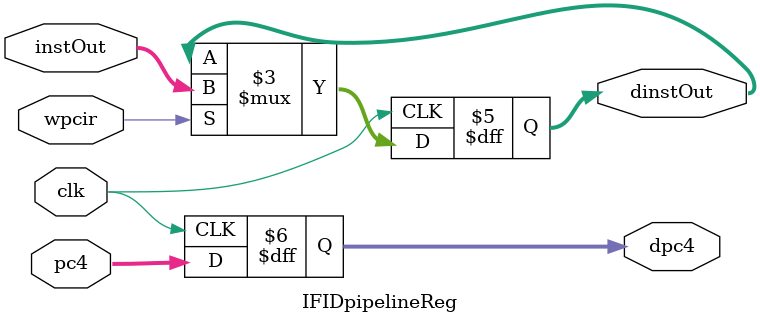
<source format=v>
`timescale 1ns / 1ps


module IFIDpipelineReg( //IFID pipeline
    input clk, //clock input needed as dinstOut only updates on the positive edge of clock.
    input [31:0] instOut, //input
    
    //EC Input
    input [31:0] pc4,
    
    //final project input
    input wpcir,
    
    output reg [31:0] dinstOut, //output
    
    //EC Output
    output reg [31:0] dpc4
    );
    
    always @ (posedge clk) //always block that will only update dinstOut on the positive edge of the clock. dinstOut is to the instOut input of this module.
        begin
         if (wpcir == 1)
            dinstOut <= instOut;
            dpc4 <= pc4;
        end
        
endmodule //end module

</source>
